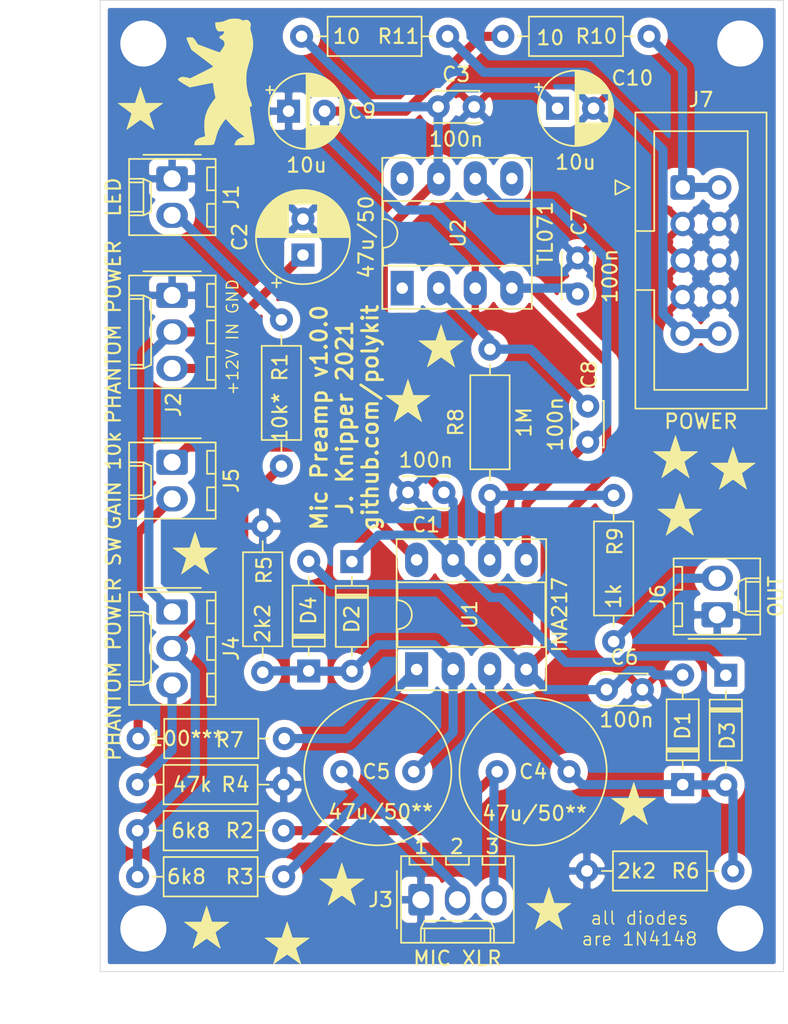
<source format=kicad_pcb>
(kicad_pcb (version 20171130) (host pcbnew 5.1.10-88a1d61d58~90~ubuntu21.04.1)
  (title_block (title "Microphone preamp with phantom power") (date 2021-09-21) (rev v1.0.0) (company "Jan Knipper") (comment 1 github.com/polykit))
  (layers (0 F.Cu signal) (31 B.Cu signal) (34 B.Paste user) (35 F.Paste user) (36 B.SilkS user) (37 F.SilkS user) (38 B.Mask user) (39 F.Mask user) (44 Edge.Cuts user))
  (net 0 "")
  (net 1 GND)
  (net 2 +12V)
  (net 3 "Net-(C2-Pad1)")
  (net 4 "Net-(C4-Pad2)")
  (net 5 "Net-(C4-Pad1)")
  (net 6 "Net-(C5-Pad2)")
  (net 7 "Net-(C5-Pad1)")
  (net 8 -12V)
  (net 9 "Net-(C8-Pad2)")
  (net 10 "Net-(C8-Pad1)")
  (net 11 "Net-(J1-Pad2)")
  (net 12 "Net-(J4-Pad3)")
  (net 13 "Net-(J4-Pad2)")
  (net 14 "Net-(J5-Pad2)")
  (net 15 "Net-(J6-Pad2)")
  (net 16 "Net-(R8-Pad1)")
  (net 17 "Net-(U2-Pad8)")
  (net 18 "Net-(U2-Pad5)")
  (net 19 "Net-(U2-Pad1)")
  (net 20 "Net-(J7-Pad10)")
  (net 21 "Net-(J7-Pad1)")
  (net 22 GAIN2)
  (net 23 GAIN1)
  (module Capacitor_THT:CP_Radial_D6.3mm_P2.50mm (layer F.Cu) (at 135.6 76.2 90)
    (fp_text reference C2 (at 1.25 -4.4 90) (layer F.SilkS))
    (fp_text value 47u/50 (at 1.25 4.4 90) (layer F.SilkS))
    (pad 2 thru_hole circle (at 2.5 0 90) (size 1.6 1.6) (drill 0.8) (layers *.Cu *.Mask) (net 1 GND))
    (pad 1 thru_hole rect (at 0 0 90) (size 1.6 1.6) (drill 0.8) (layers *.Cu *.Mask) (net 3 "Net-(C2-Pad1)"))
  )
  (module Polykit:star-silk-tiny (layer F.Cu) (at 128.1 96.9)
    (fp_text reference G*** hide)
    (fp_text value LOGO hide)
  )
  (module Capacitor_THT:C_Radial_D10.0mm_H12.5mm_P5.00mm (layer F.Cu) (at 138.3 112.1)
    (fp_text reference C5 (at 2.4 0) (layer F.SilkS))
    (fp_text value 47u/50** (at 2.7 2.8) (layer F.SilkS))
    (pad 2 thru_hole circle (at 5 0) (size 1.6 1.6) (drill 0.8) (layers *.Cu *.Mask) (net 6 "Net-(C5-Pad2)"))
    (pad 1 thru_hole circle (at 0 0) (size 1.6 1.6) (drill 0.8) (layers *.Cu *.Mask) (net 7 "Net-(C5-Pad1)"))
  )
  (module Capacitor_THT:C_Radial_D10.0mm_H12.5mm_P5.00mm (layer F.Cu) (at 149.1 112.1)
    (fp_text reference C4 (at 2.5 0) (layer F.SilkS))
    (fp_text value 47u/50** (at 2.6 2.9) (layer F.SilkS))
    (pad 2 thru_hole circle (at 5 0) (size 1.6 1.6) (drill 0.8) (layers *.Cu *.Mask) (net 4 "Net-(C4-Pad2)"))
    (pad 1 thru_hole circle (at 0 0) (size 1.6 1.6) (drill 0.8) (layers *.Cu *.Mask) (net 5 "Net-(C4-Pad1)"))
  )
  (module Polykit:star-silk-tiny (layer F.Cu) (at 124.3 66)
    (fp_text reference G*** hide)
    (fp_text value LOGO hide)
  )
  (module Polykit:star-silk-tiny (layer F.Cu) (at 142.9 86.3)
    (fp_text reference G*** hide)
    (fp_text value LOGO hide)
  )
  (module Polykit:star-silk-tiny (layer F.Cu) (at 145.2 82.5)
    (fp_text reference G*** hide)
    (fp_text value LOGO hide)
  )
  (module Polykit:star-silk-tiny (layer F.Cu) (at 158.6 114.3)
    (fp_text reference G*** hide)
    (fp_text value LOGO hide)
  )
  (module Polykit:star-silk-tiny (layer F.Cu) (at 152.7 121.6)
    (fp_text reference G*** hide)
    (fp_text value LOGO hide)
  )
  (module Polykit:star-silk-tiny (layer F.Cu) (at 138.3 119.9)
    (fp_text reference G*** hide)
    (fp_text value LOGO hide)
  )
  (module Polykit:star-silk-tiny (layer F.Cu) (at 134.5 124)
    (fp_text reference G*** hide)
    (fp_text value LOGO hide)
  )
  (module Polykit:star-silk-tiny (layer F.Cu) (at 128.9 122.9)
    (fp_text reference G*** hide)
    (fp_text value LOGO hide)
  )
  (module Polykit:star-silk-tiny (layer F.Cu) (at 161.5 90.2)
    (fp_text reference G*** hide)
    (fp_text value LOGO hide)
  )
  (module Polykit:star-silk-tiny (layer F.Cu) (at 161.8 94.2)
    (fp_text reference G*** hide)
    (fp_text value LOGO hide)
  )
  (module Polykit:star-silk-tiny (layer F.Cu) (at 165.5 91)
    (fp_text reference G*** hide)
    (fp_text value LOGO hide)
  )
  (module Polykit:bär-small (layer F.Cu) (at 129.7 64.2)
    (fp_text reference G*** hide)
    (fp_text value LOGO hide)
  )
  (module Connector_Molex:Molex_KK-254_AE-6410-03A_1x03_P2.54mm_Vertical (layer F.Cu) (at 126.5 79 270)
    (fp_text reference J2 (at 7.6 -0.1 90) (layer F.SilkS))
    (fp_text value "PHANTOM POWER" (at 2.54 4.08 90) (layer F.SilkS))
    (pad 3 thru_hole oval (at 5.08 0 270) (size 1.74 2.19) (drill 1.19) (layers *.Cu *.Mask) (net 2 +12V))
    (pad 2 thru_hole oval (at 2.54 0 270) (size 1.74 2.19) (drill 1.19) (layers *.Cu *.Mask) (net 3 "Net-(C2-Pad1)"))
    (pad 1 thru_hole roundrect (at 0 0 270) (size 1.74 2.19) (drill 1.19) (layers *.Cu *.Mask) (roundrect_rratio 0.1436775862068966) (net 1 GND))
  )
  (module Resistor_THT:R_Axial_DIN0207_L6.3mm_D2.5mm_P10.16mm_Horizontal (layer F.Cu) (at 135.5 61)
    (fp_text reference R11 (at 6.739775 0) (layer F.SilkS))
    (fp_text value 10 (at 3.139775 0) (layer F.SilkS))
    (pad 2 thru_hole oval (at 10.16 0) (size 1.6 1.6) (drill 0.8) (layers *.Cu *.Mask) (net 20 "Net-(J7-Pad10)"))
    (pad 1 thru_hole circle (at 0 0) (size 1.6 1.6) (drill 0.8) (layers *.Cu *.Mask) (net 2 +12V))
  )
  (module Resistor_THT:R_Axial_DIN0207_L6.3mm_D2.5mm_P10.16mm_Horizontal (layer F.Cu) (at 149.5 61)
    (fp_text reference R10 (at 6.5 0) (layer F.SilkS))
    (fp_text value 10 (at 3.3 0.1) (layer F.SilkS))
    (pad 2 thru_hole oval (at 10.16 0) (size 1.6 1.6) (drill 0.8) (layers *.Cu *.Mask) (net 21 "Net-(J7-Pad1)"))
    (pad 1 thru_hole circle (at 0 0) (size 1.6 1.6) (drill 0.8) (layers *.Cu *.Mask) (net 8 -12V))
  )
  (module Connector_IDC:IDC-Header_2x05_P2.54mm_Vertical (layer F.Cu) (at 162 71.5)
    (fp_text reference J7 (at 1.27 -6.1) (layer F.SilkS))
    (fp_text value POWER (at 1.27 16.26) (layer F.SilkS))
    (pad 10 thru_hole circle (at 2.54 10.16) (size 1.7 1.7) (drill 1) (layers *.Cu *.Mask) (net 20 "Net-(J7-Pad10)"))
    (pad 8 thru_hole circle (at 2.54 7.62) (size 1.7 1.7) (drill 1) (layers *.Cu *.Mask) (net 1 GND))
    (pad 6 thru_hole circle (at 2.54 5.08) (size 1.7 1.7) (drill 1) (layers *.Cu *.Mask) (net 1 GND))
    (pad 4 thru_hole circle (at 2.54 2.54) (size 1.7 1.7) (drill 1) (layers *.Cu *.Mask) (net 1 GND))
    (pad 2 thru_hole circle (at 2.54 0) (size 1.7 1.7) (drill 1) (layers *.Cu *.Mask) (net 21 "Net-(J7-Pad1)"))
    (pad 9 thru_hole circle (at 0 10.16) (size 1.7 1.7) (drill 1) (layers *.Cu *.Mask) (net 20 "Net-(J7-Pad10)"))
    (pad 7 thru_hole circle (at 0 7.62) (size 1.7 1.7) (drill 1) (layers *.Cu *.Mask) (net 1 GND))
    (pad 5 thru_hole circle (at 0 5.08) (size 1.7 1.7) (drill 1) (layers *.Cu *.Mask) (net 1 GND))
    (pad 3 thru_hole circle (at 0 2.54) (size 1.7 1.7) (drill 1) (layers *.Cu *.Mask) (net 1 GND))
    (pad 1 thru_hole roundrect (at 0 0) (size 1.7 1.7) (drill 1) (layers *.Cu *.Mask) (roundrect_rratio 0.1470588235294118) (net 21 "Net-(J7-Pad1)"))
  )
  (module Capacitor_THT:CP_Radial_D5.0mm_P2.50mm (layer F.Cu) (at 153.3 66)
    (fp_text reference C10 (at 5.2 -2.1) (layer F.SilkS))
    (fp_text value 10u (at 1.25 3.75) (layer F.SilkS))
    (pad 2 thru_hole circle (at 2.5 0) (size 1.6 1.6) (drill 0.8) (layers *.Cu *.Mask) (net 1 GND))
    (pad 1 thru_hole rect (at 0 0) (size 1.6 1.6) (drill 0.8) (layers *.Cu *.Mask) (net 2 +12V))
  )
  (module Capacitor_THT:CP_Radial_D5.0mm_P2.50mm (layer F.Cu) (at 134.6 66.2)
    (fp_text reference C9 (at 5.1 0) (layer F.SilkS))
    (fp_text value 10u (at 1.25 3.75) (layer F.SilkS))
    (pad 2 thru_hole circle (at 2.5 0) (size 1.6 1.6) (drill 0.8) (layers *.Cu *.Mask) (net 8 -12V))
    (pad 1 thru_hole rect (at 0 0) (size 1.6 1.6) (drill 0.8) (layers *.Cu *.Mask) (net 1 GND))
  )
  (module Package_DIP:DIP-8_W7.62mm_Socket_LongPads (layer F.Cu) (at 142.5 78.5 90)
    (fp_text reference U2 (at 3.81 3.9 90) (layer F.SilkS))
    (fp_text value TL071 (at 3.81 9.95 90) (layer F.SilkS))
    (pad 8 thru_hole oval (at 7.62 0 90) (size 2.4 1.6) (drill 0.8) (layers *.Cu *.Mask) (net 17 "Net-(U2-Pad8)"))
    (pad 4 thru_hole oval (at 0 7.62 90) (size 2.4 1.6) (drill 0.8) (layers *.Cu *.Mask) (net 8 -12V))
    (pad 7 thru_hole oval (at 7.62 2.54 90) (size 2.4 1.6) (drill 0.8) (layers *.Cu *.Mask) (net 2 +12V))
    (pad 3 thru_hole oval (at 0 5.08 90) (size 2.4 1.6) (drill 0.8) (layers *.Cu *.Mask) (net 1 GND))
    (pad 6 thru_hole oval (at 7.62 5.08 90) (size 2.4 1.6) (drill 0.8) (layers *.Cu *.Mask) (net 9 "Net-(C8-Pad2)"))
    (pad 2 thru_hole oval (at 0 2.54 90) (size 2.4 1.6) (drill 0.8) (layers *.Cu *.Mask) (net 10 "Net-(C8-Pad1)"))
    (pad 5 thru_hole oval (at 7.62 7.62 90) (size 2.4 1.6) (drill 0.8) (layers *.Cu *.Mask) (net 18 "Net-(U2-Pad5)"))
    (pad 1 thru_hole rect (at 0 0 90) (size 2.4 1.6) (drill 0.8) (layers *.Cu *.Mask) (net 19 "Net-(U2-Pad1)"))
  )
  (module Package_DIP:DIP-8_W7.62mm_Socket_LongPads (layer F.Cu) (at 143.5 105 90)
    (fp_text reference U1 (at 3.81 3.7 90) (layer F.SilkS))
    (fp_text value INA217 (at 3.81 9.95 90) (layer F.SilkS))
    (pad 8 thru_hole oval (at 7.62 0 90) (size 2.4 1.6) (drill 0.8) (layers *.Cu *.Mask) (net 22 GAIN2))
    (pad 4 thru_hole oval (at 0 7.62 90) (size 2.4 1.6) (drill 0.8) (layers *.Cu *.Mask) (net 8 -12V))
    (pad 7 thru_hole oval (at 7.62 2.54 90) (size 2.4 1.6) (drill 0.8) (layers *.Cu *.Mask) (net 2 +12V))
    (pad 3 thru_hole oval (at 0 5.08 90) (size 2.4 1.6) (drill 0.8) (layers *.Cu *.Mask) (net 4 "Net-(C4-Pad2)"))
    (pad 6 thru_hole oval (at 7.62 5.08 90) (size 2.4 1.6) (drill 0.8) (layers *.Cu *.Mask) (net 16 "Net-(R8-Pad1)"))
    (pad 2 thru_hole oval (at 0 2.54 90) (size 2.4 1.6) (drill 0.8) (layers *.Cu *.Mask) (net 6 "Net-(C5-Pad2)"))
    (pad 5 thru_hole oval (at 7.62 7.62 90) (size 2.4 1.6) (drill 0.8) (layers *.Cu *.Mask) (net 9 "Net-(C8-Pad2)"))
    (pad 1 thru_hole rect (at 0 0 90) (size 2.4 1.6) (drill 0.8) (layers *.Cu *.Mask) (net 23 GAIN1))
  )
  (module Resistor_THT:R_Axial_DIN0207_L6.3mm_D2.5mm_P10.16mm_Horizontal (layer F.Cu) (at 157.2 92.9 270)
    (fp_text reference R9 (at 3.2 -0.1 90) (layer F.SilkS))
    (fp_text value 1k (at 7 0 90) (layer F.SilkS))
    (pad 2 thru_hole oval (at 10.16 0 270) (size 1.6 1.6) (drill 0.8) (layers *.Cu *.Mask) (net 15 "Net-(J6-Pad2)"))
    (pad 1 thru_hole circle (at 0 0 270) (size 1.6 1.6) (drill 0.8) (layers *.Cu *.Mask) (net 16 "Net-(R8-Pad1)"))
  )
  (module Resistor_THT:R_Axial_DIN0207_L6.3mm_D2.5mm_P10.16mm_Horizontal (layer F.Cu) (at 148.6 92.9 90)
    (fp_text reference R8 (at 5.08 -2.37 90) (layer F.SilkS))
    (fp_text value 1M (at 5.08 2.37 90) (layer F.SilkS))
    (pad 2 thru_hole oval (at 10.16 0 90) (size 1.6 1.6) (drill 0.8) (layers *.Cu *.Mask) (net 10 "Net-(C8-Pad1)"))
    (pad 1 thru_hole circle (at 0 0 90) (size 1.6 1.6) (drill 0.8) (layers *.Cu *.Mask) (net 16 "Net-(R8-Pad1)"))
  )
  (module Resistor_THT:R_Axial_DIN0207_L6.3mm_D2.5mm_P10.16mm_Horizontal (layer F.Cu) (at 134.3 109.8 180)
    (fp_text reference R7 (at 3.8 -0.1) (layer F.SilkS))
    (fp_text value 100*** (at 6.8 0) (layer F.SilkS))
    (pad 2 thru_hole oval (at 10.16 0 180) (size 1.6 1.6) (drill 0.8) (layers *.Cu *.Mask) (net 14 "Net-(J5-Pad2)"))
    (pad 1 thru_hole circle (at 0 0 180) (size 1.6 1.6) (drill 0.8) (layers *.Cu *.Mask) (net 23 GAIN1))
  )
  (module Resistor_THT:R_Axial_DIN0207_L6.3mm_D2.5mm_P10.16mm_Horizontal (layer F.Cu) (at 165.5 119 180)
    (fp_text reference R6 (at 3.3 0) (layer F.SilkS))
    (fp_text value 2k2 (at 6.7 0) (layer F.SilkS))
    (pad 2 thru_hole oval (at 10.16 0 180) (size 1.6 1.6) (drill 0.8) (layers *.Cu *.Mask) (net 1 GND))
    (pad 1 thru_hole circle (at 0 0 180) (size 1.6 1.6) (drill 0.8) (layers *.Cu *.Mask) (net 4 "Net-(C4-Pad2)"))
  )
  (module Resistor_THT:R_Axial_DIN0207_L6.3mm_D2.5mm_P10.16mm_Horizontal (layer F.Cu) (at 132.8 105.2 90)
    (fp_text reference R5 (at 7.1 0.1 90) (layer F.SilkS))
    (fp_text value 2k2 (at 3.4 0 90) (layer F.SilkS))
    (pad 2 thru_hole oval (at 10.16 0 90) (size 1.6 1.6) (drill 0.8) (layers *.Cu *.Mask) (net 1 GND))
    (pad 1 thru_hole circle (at 0 0 90) (size 1.6 1.6) (drill 0.8) (layers *.Cu *.Mask) (net 6 "Net-(C5-Pad2)"))
  )
  (module Resistor_THT:R_Axial_DIN0207_L6.3mm_D2.5mm_P10.16mm_Horizontal (layer F.Cu) (at 124.1 113)
    (fp_text reference R4 (at 6.8 0) (layer F.SilkS))
    (fp_text value 47k (at 3.8 0) (layer F.SilkS))
    (pad 2 thru_hole oval (at 10.16 0) (size 1.6 1.6) (drill 0.8) (layers *.Cu *.Mask) (net 1 GND))
    (pad 1 thru_hole circle (at 0 0) (size 1.6 1.6) (drill 0.8) (layers *.Cu *.Mask) (net 12 "Net-(J4-Pad3)"))
  )
  (module Resistor_THT:R_Axial_DIN0207_L6.3mm_D2.5mm_P10.16mm_Horizontal (layer F.Cu) (at 124.1 119.4)
    (fp_text reference R3 (at 7.1 0) (layer F.SilkS))
    (fp_text value 6k8 (at 3.4 0) (layer F.SilkS))
    (pad 2 thru_hole oval (at 10.16 0) (size 1.6 1.6) (drill 0.8) (layers *.Cu *.Mask) (net 7 "Net-(C5-Pad1)"))
    (pad 1 thru_hole circle (at 0 0) (size 1.6 1.6) (drill 0.8) (layers *.Cu *.Mask) (net 13 "Net-(J4-Pad2)"))
  )
  (module Resistor_THT:R_Axial_DIN0207_L6.3mm_D2.5mm_P10.16mm_Horizontal (layer F.Cu) (at 124.1 116.2)
    (fp_text reference R2 (at 7.1 0) (layer F.SilkS))
    (fp_text value 6k8 (at 3.7 0) (layer F.SilkS))
    (pad 2 thru_hole oval (at 10.16 0) (size 1.6 1.6) (drill 0.8) (layers *.Cu *.Mask) (net 5 "Net-(C4-Pad1)"))
    (pad 1 thru_hole circle (at 0 0) (size 1.6 1.6) (drill 0.8) (layers *.Cu *.Mask) (net 13 "Net-(J4-Pad2)"))
  )
  (module Resistor_THT:R_Axial_DIN0207_L6.3mm_D2.5mm_P10.16mm_Horizontal (layer F.Cu) (at 134.1 80.7 270)
    (fp_text reference R1 (at 3.3 0.1 90) (layer F.SilkS))
    (fp_text value 10k* (at 6.8 0.1 90) (layer F.SilkS))
    (pad 2 thru_hole oval (at 10.16 0 270) (size 1.6 1.6) (drill 0.8) (layers *.Cu *.Mask) (net 13 "Net-(J4-Pad2)"))
    (pad 1 thru_hole circle (at 0 0 270) (size 1.6 1.6) (drill 0.8) (layers *.Cu *.Mask) (net 11 "Net-(J1-Pad2)"))
  )
  (module Connector_Molex:Molex_KK-254_AE-6410-02A_1x02_P2.54mm_Vertical (layer F.Cu) (at 164.4 101.2 90)
    (fp_text reference J6 (at 1.27 -4.12 90) (layer F.SilkS))
    (fp_text value OUT (at 1.27 4.08 90) (layer F.SilkS))
    (pad 2 thru_hole oval (at 2.54 0 90) (size 1.74 2.19) (drill 1.19) (layers *.Cu *.Mask) (net 15 "Net-(J6-Pad2)"))
    (pad 1 thru_hole roundrect (at 0 0 90) (size 1.74 2.19) (drill 1.19) (layers *.Cu *.Mask) (roundrect_rratio 0.1436775862068966) (net 1 GND))
  )
  (module Connector_Molex:Molex_KK-254_AE-6410-02A_1x02_P2.54mm_Vertical (layer F.Cu) (at 126.5 90.6 270)
    (fp_text reference J5 (at 1.27 -4.12 90) (layer F.SilkS))
    (fp_text value "GAIN 10k" (at 1.27 4.08 90) (layer F.SilkS))
    (pad 2 thru_hole oval (at 2.54 0 270) (size 1.74 2.19) (drill 1.19) (layers *.Cu *.Mask) (net 14 "Net-(J5-Pad2)"))
    (pad 1 thru_hole roundrect (at 0 0 270) (size 1.74 2.19) (drill 1.19) (layers *.Cu *.Mask) (roundrect_rratio 0.1436775862068966) (net 22 GAIN2))
  )
  (module Connector_Molex:Molex_KK-254_AE-6410-03A_1x03_P2.54mm_Vertical (layer F.Cu) (at 126.5 101 270)
    (fp_text reference J4 (at 2.54 -4.12 90) (layer F.SilkS))
    (fp_text value "PHANTOM POWER SW" (at 2.54 4.08 90) (layer F.SilkS))
    (pad 3 thru_hole oval (at 5.08 0 270) (size 1.74 2.19) (drill 1.19) (layers *.Cu *.Mask) (net 12 "Net-(J4-Pad3)"))
    (pad 2 thru_hole oval (at 2.54 0 270) (size 1.74 2.19) (drill 1.19) (layers *.Cu *.Mask) (net 13 "Net-(J4-Pad2)"))
    (pad 1 thru_hole roundrect (at 0 0 270) (size 1.74 2.19) (drill 1.19) (layers *.Cu *.Mask) (roundrect_rratio 0.1436775862068966) (net 3 "Net-(C2-Pad1)"))
  )
  (module Connector_Molex:Molex_KK-254_AE-6410-03A_1x03_P2.54mm_Vertical (layer F.Cu) (at 143.8 121)
    (fp_text reference J3 (at -2.8 0) (layer F.SilkS))
    (fp_text value "MIC XLR" (at 2.54 4.08) (layer F.SilkS))
    (pad 3 thru_hole oval (at 5.08 0) (size 1.74 2.19) (drill 1.19) (layers *.Cu *.Mask) (net 5 "Net-(C4-Pad1)"))
    (pad 2 thru_hole oval (at 2.54 0) (size 1.74 2.19) (drill 1.19) (layers *.Cu *.Mask) (net 7 "Net-(C5-Pad1)"))
    (pad 1 thru_hole roundrect (at 0 0) (size 1.74 2.19) (drill 1.19) (layers *.Cu *.Mask) (roundrect_rratio 0.1436775862068966) (net 1 GND))
  )
  (module Connector_Molex:Molex_KK-254_AE-6410-02A_1x02_P2.54mm_Vertical (layer F.Cu) (at 126.5 70.9 270)
    (fp_text reference J1 (at 1.27 -4.12 90) (layer F.SilkS))
    (fp_text value LED (at 1.27 4.08 90) (layer F.SilkS))
    (pad 2 thru_hole oval (at 2.54 0 270) (size 1.74 2.19) (drill 1.19) (layers *.Cu *.Mask) (net 11 "Net-(J1-Pad2)"))
    (pad 1 thru_hole roundrect (at 0 0 270) (size 1.74 2.19) (drill 1.19) (layers *.Cu *.Mask) (roundrect_rratio 0.1436775862068966) (net 1 GND))
  )
  (module Diode_THT:D_DO-35_SOD27_P7.62mm_Horizontal (layer F.Cu) (at 136 105.1 90)
    (fp_text reference D4 (at 4.2 0 90) (layer F.SilkS))
    (fp_text value 1N4148 hide)
    (pad 2 thru_hole oval (at 7.62 0 90) (size 1.6 1.6) (drill 0.8) (layers *.Cu *.Mask) (net 8 -12V))
    (pad 1 thru_hole rect (at 0 0 90) (size 1.6 1.6) (drill 0.8) (layers *.Cu *.Mask) (net 6 "Net-(C5-Pad2)"))
  )
  (module Diode_THT:D_DO-35_SOD27_P7.62mm_Horizontal (layer F.Cu) (at 165 105.4 270)
    (fp_text reference D3 (at 4.2 -0.1 90) (layer F.SilkS))
    (fp_text value 1N4148 hide)
    (pad 2 thru_hole oval (at 7.62 0 270) (size 1.6 1.6) (drill 0.8) (layers *.Cu *.Mask) (net 4 "Net-(C4-Pad2)"))
    (pad 1 thru_hole rect (at 0 0 270) (size 1.6 1.6) (drill 0.8) (layers *.Cu *.Mask) (net 2 +12V))
  )
  (module Diode_THT:D_DO-35_SOD27_P7.62mm_Horizontal (layer F.Cu) (at 139 97.5 270)
    (fp_text reference D2 (at 4 0 90) (layer F.SilkS))
    (fp_text value 1N4148 hide)
    (pad 2 thru_hole oval (at 7.62 0 270) (size 1.6 1.6) (drill 0.8) (layers *.Cu *.Mask) (net 6 "Net-(C5-Pad2)"))
    (pad 1 thru_hole rect (at 0 0 270) (size 1.6 1.6) (drill 0.8) (layers *.Cu *.Mask) (net 2 +12V))
  )
  (module Diode_THT:D_DO-35_SOD27_P7.62mm_Horizontal (layer F.Cu) (at 162 113 90)
    (fp_text reference D1 (at 4.1 0 90) (layer F.SilkS))
    (fp_text value 1N4148 hide)
    (pad 2 thru_hole oval (at 7.62 0 90) (size 1.6 1.6) (drill 0.8) (layers *.Cu *.Mask) (net 8 -12V))
    (pad 1 thru_hole rect (at 0 0 90) (size 1.6 1.6) (drill 0.8) (layers *.Cu *.Mask) (net 4 "Net-(C4-Pad2)"))
  )
  (module Capacitor_THT:C_Disc_D3.0mm_W2.0mm_P2.50mm (layer F.Cu) (at 155.4 86.7 270)
    (fp_text reference C8 (at -2.2 -0.1 90) (layer F.SilkS))
    (fp_text value 100n (at 1.25 2.25 90) (layer F.SilkS))
    (pad 2 thru_hole circle (at 2.5 0 270) (size 1.6 1.6) (drill 0.8) (layers *.Cu *.Mask) (net 9 "Net-(C8-Pad2)"))
    (pad 1 thru_hole circle (at 0 0 270) (size 1.6 1.6) (drill 0.8) (layers *.Cu *.Mask) (net 10 "Net-(C8-Pad1)"))
  )
  (module Capacitor_THT:C_Disc_D3.0mm_W2.0mm_P2.50mm (layer F.Cu) (at 154.7 78.9 90)
    (fp_text reference C7 (at 5 0.1 90) (layer F.SilkS))
    (fp_text value 100n (at 1.25 2.25 90) (layer F.SilkS))
    (pad 2 thru_hole circle (at 2.5 0 90) (size 1.6 1.6) (drill 0.8) (layers *.Cu *.Mask) (net 1 GND))
    (pad 1 thru_hole circle (at 0 0 90) (size 1.6 1.6) (drill 0.8) (layers *.Cu *.Mask) (net 8 -12V))
  )
  (module Capacitor_THT:C_Disc_D3.0mm_W2.0mm_P2.50mm (layer F.Cu) (at 156.7 106.4)
    (fp_text reference C6 (at 1.25 -2.25) (layer F.SilkS))
    (fp_text value 100n (at 1.4 2.1) (layer F.SilkS))
    (pad 2 thru_hole circle (at 2.5 0) (size 1.6 1.6) (drill 0.8) (layers *.Cu *.Mask) (net 1 GND))
    (pad 1 thru_hole circle (at 0 0) (size 1.6 1.6) (drill 0.8) (layers *.Cu *.Mask) (net 8 -12V))
  )
  (module Capacitor_THT:C_Disc_D3.0mm_W2.0mm_P2.50mm (layer F.Cu) (at 145 65.9)
    (fp_text reference C3 (at 1.25 -2.25) (layer F.SilkS))
    (fp_text value 100n (at 1.25 2.25) (layer F.SilkS))
    (pad 2 thru_hole circle (at 2.5 0) (size 1.6 1.6) (drill 0.8) (layers *.Cu *.Mask) (net 1 GND))
    (pad 1 thru_hole circle (at 0 0) (size 1.6 1.6) (drill 0.8) (layers *.Cu *.Mask) (net 2 +12V))
  )
  (module Capacitor_THT:C_Disc_D3.0mm_W2.0mm_P2.50mm (layer F.Cu) (at 145.4 92.7 180)
    (fp_text reference C1 (at 1.25 -2.25) (layer F.SilkS))
    (fp_text value 100n (at 1.25 2.25) (layer F.SilkS))
    (pad 2 thru_hole circle (at 2.5 0 180) (size 1.6 1.6) (drill 0.8) (layers *.Cu *.Mask) (net 1 GND))
    (pad 1 thru_hole circle (at 0 0 180) (size 1.6 1.6) (drill 0.8) (layers *.Cu *.Mask) (net 2 +12V))
  )
  (gr_text "1  2  3" (at 146.3 117.3) (layer F.SilkS) (effects (font (size 1 1))))
  (gr_text "all diodes\nare 1N4148" (at 159 123) (layer F.SilkS) (effects (font (size 0.9 0.9) (thickness 0.1))))
  (gr_text "+12V IN GND" (at 130.7 81.9 90) (layer F.SilkS) (effects (font (size 0.8 0.8) (thickness 0.1))))
  (gr_text "Mic Preamp v1.0.0\nJ. Knipper 2021\ngithub.com/polykit" (at 138.5 87.5 90) (layer F.SilkS) (effects (font (size 1.1 1.1) (thickness 0.2))))
  (gr_line (start 169 126) (end 169 58.5) (layer Edge.Cuts) (width 0.05))
  (gr_line (start 121.5 126) (end 169 126) (layer Edge.Cuts) (width 0.05))
  (gr_line (start 121.5 125.5) (end 121.5 126) (layer Edge.Cuts) (width 0.05))
  (gr_line (start 121.5 58.5) (end 121.5 125.5) (layer Edge.Cuts) (width 0.05))
  (gr_line (start 169 58.5) (end 121.5 58.5) (layer Edge.Cuts) (width 0.05))
  (via (at 166 61.5) (size 3.5) (drill 3.2) (layers F.Cu B.Cu) (net 1))
  (via (at 124.5 61.5) (size 3.5) (drill 3.2) (layers F.Cu B.Cu) (net 1))
  (via (at 124.5 123) (size 3.5) (drill 3.2) (layers F.Cu B.Cu) (net 1))
  (via (at 166 123) (size 3.5) (drill 3.2) (layers F.Cu B.Cu) (net 1))
  (segment (start 140.4 65.9) (end 135.5 61) (width 0.635) (layer B.Cu) (net 2))
  (segment (start 145 65.9) (end 140.4 65.9) (width 0.635) (layer B.Cu) (net 2))
  (segment (start 146.317501 64.582499) (end 145 65.9) (width 0.635) (layer B.Cu) (net 2))
  (segment (start 151.882499 64.582499) (end 146.317501 64.582499) (width 0.635) (layer B.Cu) (net 2))
  (segment (start 153.3 66) (end 151.882499 64.582499) (width 0.635) (layer B.Cu) (net 2))
  (segment (start 145 70.84) (end 145.04 70.88) (width 0.635) (layer B.Cu) (net 2))
  (segment (start 145 65.9) (end 145 70.84) (width 0.635) (layer B.Cu) (net 2))
  (segment (start 146.04 93.34) (end 145.4 92.7) (width 0.635) (layer B.Cu) (net 2))
  (segment (start 146.04 97.38) (end 146.04 93.34) (width 0.635) (layer B.Cu) (net 2))
  (segment (start 144.32249 95.66249) (end 146.04 97.38) (width 0.635) (layer B.Cu) (net 2))
  (segment (start 140.83751 95.66249) (end 144.32249 95.66249) (width 0.635) (layer B.Cu) (net 2))
  (segment (start 139 97.5) (end 140.83751 95.66249) (width 0.635) (layer B.Cu) (net 2))
  (segment (start 148.66 100) (end 146.04 97.38) (width 0.635) (layer B.Cu) (net 2))
  (segment (start 149.380882 100) (end 148.66 100) (width 0.635) (layer B.Cu) (net 2))
  (segment (start 157.709902 104.5) (end 153.880882 104.5) (width 0.635) (layer B.Cu) (net 2))
  (segment (start 158.147403 104.062499) (end 157.709902 104.5) (width 0.635) (layer B.Cu) (net 2))
  (segment (start 163.662499 104.062499) (end 158.147403 104.062499) (width 0.635) (layer B.Cu) (net 2))
  (segment (start 153.880882 104.5) (end 149.380882 100) (width 0.635) (layer B.Cu) (net 2))
  (segment (start 165 105.4) (end 163.662499 104.062499) (width 0.635) (layer B.Cu) (net 2))
  (segment (start 141.182499 88.482499) (end 145.4 92.7) (width 0.635) (layer F.Cu) (net 2))
  (segment (start 145.04 70.88) (end 141.182499 74.737501) (width 0.635) (layer F.Cu) (net 2))
  (segment (start 126.5 84.08) (end 140.944998 84.08) (width 0.635) (layer F.Cu) (net 2))
  (segment (start 140.944998 84.08) (end 141.182499 84.317501) (width 0.635) (layer F.Cu) (net 2))
  (segment (start 141.182499 84.317501) (end 141.182499 88.482499) (width 0.635) (layer F.Cu) (net 2))
  (segment (start 141.182499 74.737501) (end 141.182499 84.317501) (width 0.635) (layer F.Cu) (net 2))
  (segment (start 124.88749 83.15251) (end 126.5 81.54) (width 0.635) (layer B.Cu) (net 3))
  (segment (start 124.88749 99.38749) (end 124.88749 83.15251) (width 0.635) (layer B.Cu) (net 3))
  (segment (start 126.5 101) (end 124.88749 99.38749) (width 0.635) (layer B.Cu) (net 3))
  (segment (start 130.26 81.54) (end 135.6 76.2) (width 0.635) (layer F.Cu) (net 3))
  (segment (start 126.5 81.54) (end 130.26 81.54) (width 0.635) (layer F.Cu) (net 3))
  (segment (start 162.02 113.02) (end 162 113) (width 0.635) (layer B.Cu) (net 4))
  (segment (start 165 113.02) (end 162.02 113.02) (width 0.635) (layer B.Cu) (net 4))
  (segment (start 165.5 113.52) (end 165 113.02) (width 0.635) (layer B.Cu) (net 4))
  (segment (start 165.5 119) (end 165.5 113.52) (width 0.635) (layer B.Cu) (net 4))
  (segment (start 155 113) (end 154.1 112.1) (width 0.635) (layer B.Cu) (net 4))
  (segment (start 162 113) (end 155 113) (width 0.635) (layer B.Cu) (net 4))
  (segment (start 148.58 106.58) (end 154.1 112.1) (width 0.635) (layer B.Cu) (net 4))
  (segment (start 148.58 105) (end 148.58 106.58) (width 0.635) (layer B.Cu) (net 4))
  (segment (start 148.88 112.32) (end 149.1 112.1) (width 0.635) (layer B.Cu) (net 5))
  (segment (start 148.88 121) (end 148.88 112.32) (width 0.635) (layer B.Cu) (net 5))
  (segment (start 145 116.2) (end 134.26 116.2) (width 0.635) (layer F.Cu) (net 5))
  (segment (start 149.1 112.1) (end 145 116.2) (width 0.635) (layer F.Cu) (net 5))
  (segment (start 140.837501 103.282499) (end 139 105.12) (width 0.635) (layer B.Cu) (net 6))
  (segment (start 144.714001 103.282499) (end 140.837501 103.282499) (width 0.635) (layer B.Cu) (net 6))
  (segment (start 146.04 104.608498) (end 144.714001 103.282499) (width 0.635) (layer B.Cu) (net 6))
  (segment (start 146.04 105) (end 146.04 104.608498) (width 0.635) (layer B.Cu) (net 6))
  (segment (start 136.02 105.12) (end 136 105.1) (width 0.635) (layer B.Cu) (net 6))
  (segment (start 139 105.12) (end 136.02 105.12) (width 0.635) (layer B.Cu) (net 6))
  (segment (start 132.9 105.1) (end 132.8 105.2) (width 0.635) (layer B.Cu) (net 6))
  (segment (start 136 105.1) (end 132.9 105.1) (width 0.635) (layer B.Cu) (net 6))
  (segment (start 146.04 109.36) (end 143.3 112.1) (width 0.635) (layer B.Cu) (net 6))
  (segment (start 146.04 105) (end 146.04 109.36) (width 0.635) (layer B.Cu) (net 6))
  (segment (start 146.34 121) (end 146.34 120.14) (width 0.635) (layer B.Cu) (net 7))
  (segment (start 139.71 113.95) (end 140.15 113.95) (width 0.635) (layer B.Cu) (net 7))
  (segment (start 134.26 119.4) (end 139.71 113.95) (width 0.635) (layer B.Cu) (net 7))
  (segment (start 140.15 113.95) (end 138.3 112.1) (width 0.635) (layer B.Cu) (net 7))
  (segment (start 146.34 120.14) (end 140.15 113.95) (width 0.635) (layer B.Cu) (net 7))
  (segment (start 142.750098 66.2) (end 137.1 66.2) (width 0.635) (layer F.Cu) (net 8))
  (segment (start 147.950098 61) (end 142.750098 66.2) (width 0.635) (layer F.Cu) (net 8))
  (segment (start 149.5 61) (end 147.950098 61) (width 0.635) (layer F.Cu) (net 8))
  (segment (start 154.3 78.5) (end 154.7 78.9) (width 0.635) (layer B.Cu) (net 8))
  (segment (start 150.12 78.5) (end 154.3 78.5) (width 0.635) (layer B.Cu) (net 8))
  (segment (start 137.1 67.74324) (end 137.1 66.2) (width 0.635) (layer B.Cu) (net 8))
  (segment (start 142.424359 73.067599) (end 137.1 67.74324) (width 0.635) (layer B.Cu) (net 8))
  (segment (start 144.687599 73.067599) (end 142.424359 73.067599) (width 0.635) (layer B.Cu) (net 8))
  (segment (start 150.12 78.5) (end 144.687599 73.067599) (width 0.635) (layer B.Cu) (net 8))
  (segment (start 145.21751 99.09751) (end 151.12 105) (width 0.635) (layer B.Cu) (net 8))
  (segment (start 137.61751 99.09751) (end 145.21751 99.09751) (width 0.635) (layer B.Cu) (net 8))
  (segment (start 136 97.48) (end 137.61751 99.09751) (width 0.635) (layer B.Cu) (net 8))
  (segment (start 152.43751 103.68249) (end 151.12 105) (width 0.635) (layer F.Cu) (net 8))
  (segment (start 152.43751 95.712588) (end 152.43751 103.68249) (width 0.635) (layer F.Cu) (net 8))
  (segment (start 156.717501 91.432597) (end 152.43751 95.712588) (width 0.635) (layer F.Cu) (net 8))
  (segment (start 156.717501 83.662501) (end 156.717501 91.432597) (width 0.635) (layer F.Cu) (net 8))
  (segment (start 151.555 78.5) (end 156.717501 83.662501) (width 0.635) (layer F.Cu) (net 8))
  (segment (start 150.12 78.5) (end 151.555 78.5) (width 0.635) (layer F.Cu) (net 8))
  (segment (start 156.990784 106.4) (end 156.7 106.4) (width 0.635) (layer B.Cu) (net 8))
  (segment (start 158.308285 105.082499) (end 156.990784 106.4) (width 0.635) (layer B.Cu) (net 8))
  (segment (start 159.832401 105.082499) (end 158.308285 105.082499) (width 0.635) (layer B.Cu) (net 8))
  (segment (start 160.129902 105.38) (end 159.832401 105.082499) (width 0.635) (layer B.Cu) (net 8))
  (segment (start 162 105.38) (end 160.129902 105.38) (width 0.635) (layer B.Cu) (net 8))
  (segment (start 152.52 106.4) (end 151.12 105) (width 0.635) (layer B.Cu) (net 8))
  (segment (start 156.7 106.4) (end 152.52 106.4) (width 0.635) (layer B.Cu) (net 8))
  (segment (start 151.12 93.48) (end 155.4 89.2) (width 0.635) (layer F.Cu) (net 9))
  (segment (start 151.12 97.38) (end 151.12 93.48) (width 0.635) (layer F.Cu) (net 9))
  (segment (start 149.29751 72.59751) (end 147.58 70.88) (width 0.635) (layer B.Cu) (net 9))
  (segment (start 152.847412 72.59751) (end 149.29751 72.59751) (width 0.635) (layer B.Cu) (net 9))
  (segment (start 156.717501 87.882499) (end 156.717501 76.467599) (width 0.635) (layer B.Cu) (net 9))
  (segment (start 156.717501 76.467599) (end 152.847412 72.59751) (width 0.635) (layer B.Cu) (net 9))
  (segment (start 155.4 89.2) (end 156.717501 87.882499) (width 0.635) (layer B.Cu) (net 9))
  (segment (start 148.6 82.06) (end 145.04 78.5) (width 0.635) (layer B.Cu) (net 10))
  (segment (start 148.6 82.74) (end 148.6 82.06) (width 0.635) (layer B.Cu) (net 10))
  (segment (start 151.44 82.74) (end 155.4 86.7) (width 0.635) (layer B.Cu) (net 10))
  (segment (start 148.6 82.74) (end 151.44 82.74) (width 0.635) (layer B.Cu) (net 10))
  (segment (start 126.84 73.44) (end 134.1 80.7) (width 0.635) (layer B.Cu) (net 11))
  (segment (start 126.5 73.44) (end 126.84 73.44) (width 0.635) (layer B.Cu) (net 11))
  (segment (start 126 106.58) (end 126.5 106.08) (width 0.635) (layer B.Cu) (net 12))
  (segment (start 126.5 110.6) (end 126.5 106.08) (width 0.635) (layer B.Cu) (net 12))
  (segment (start 124.1 113) (end 126.5 110.6) (width 0.635) (layer B.Cu) (net 12))
  (segment (start 131.482499 93.477501) (end 134.1 90.86) (width 0.635) (layer F.Cu) (net 13))
  (segment (start 131.482499 98.567927) (end 131.482499 93.477501) (width 0.635) (layer F.Cu) (net 13))
  (segment (start 126.510426 103.54) (end 131.482499 98.567927) (width 0.635) (layer F.Cu) (net 13))
  (segment (start 126.5 103.54) (end 126.510426 103.54) (width 0.635) (layer F.Cu) (net 13))
  (segment (start 124.1 119.4) (end 124.1 116.2) (width 0.635) (layer B.Cu) (net 13))
  (segment (start 128.11251 105.15251) (end 126.5 103.54) (width 0.635) (layer B.Cu) (net 13))
  (segment (start 128.11251 112.18749) (end 128.11251 105.15251) (width 0.635) (layer B.Cu) (net 13))
  (segment (start 124.1 116.2) (end 128.11251 112.18749) (width 0.635) (layer B.Cu) (net 13))
  (segment (start 124.14 95.5) (end 126.5 93.14) (width 0.635) (layer F.Cu) (net 14))
  (segment (start 124.14 109.8) (end 124.14 95.5) (width 0.635) (layer F.Cu) (net 14))
  (segment (start 127.557501 89.542499) (end 126.5 90.6) (width 0.635) (layer F.Cu) (net 22))
  (segment (start 135.662499 89.542499) (end 127.557501 89.542499) (width 0.635) (layer F.Cu) (net 22))
  (segment (start 143.5 97.38) (end 135.662499 89.542499) (width 0.635) (layer F.Cu) (net 22))
  (segment (start 161.6 98.66) (end 157.2 103.06) (width 0.635) (layer B.Cu) (net 15))
  (segment (start 164.4 98.66) (end 161.6 98.66) (width 0.635) (layer B.Cu) (net 15))
  (segment (start 138.7 109.8) (end 134.3 109.8) (width 0.635) (layer B.Cu) (net 23))
  (segment (start 143.5 105) (end 138.7 109.8) (width 0.635) (layer B.Cu) (net 23))
  (segment (start 148.6 92.9) (end 157.2 92.9) (width 0.635) (layer B.Cu) (net 16))
  (segment (start 148.6 97.36) (end 148.58 97.38) (width 0.635) (layer B.Cu) (net 16))
  (segment (start 148.6 92.9) (end 148.6 97.36) (width 0.635) (layer B.Cu) (net 16))
  (segment (start 164.54 81.66) (end 162 81.66) (width 0.635) (layer B.Cu) (net 20))
  (segment (start 160.632499 68.882597) (end 155.249902 63.5) (width 0.635) (layer B.Cu) (net 20))
  (segment (start 160.632499 80.292499) (end 160.632499 68.882597) (width 0.635) (layer B.Cu) (net 20))
  (segment (start 162 81.66) (end 160.632499 80.292499) (width 0.635) (layer B.Cu) (net 20))
  (segment (start 148.16 63.5) (end 145.66 61) (width 0.635) (layer B.Cu) (net 20))
  (segment (start 155.249902 63.5) (end 148.16 63.5) (width 0.635) (layer B.Cu) (net 20))
  (segment (start 164.54 71.5) (end 162 71.5) (width 0.635) (layer B.Cu) (net 21))
  (segment (start 162 63.34) (end 159.66 61) (width 0.635) (layer B.Cu) (net 21))
  (segment (start 162 71.5) (end 162 63.34) (width 0.635) (layer B.Cu) (net 21))
  (zone (net 1) (net_name GND) (layer F.Cu) (connect_pads (clearance 0.508)) (min_thickness 0.254) (fill yes (arc_segments 32) (thermal_gap 0.508) (thermal_bridge_width 0.508))
    (polygon (pts (xy 169 126) (xy 121.5 126) (xy 121.5 58.5) (xy 169 58.5)))
  )
  (zone (net 1) (net_name GND) (layer B.Cu) (connect_pads (clearance 0.508)) (min_thickness 0.254) (fill yes (arc_segments 32) (thermal_gap 0.508) (thermal_bridge_width 0.508))
    (polygon (pts (xy 169 126) (xy 121.5 126) (xy 121.5 58.5) (xy 169 58.5)))
  )
)
</source>
